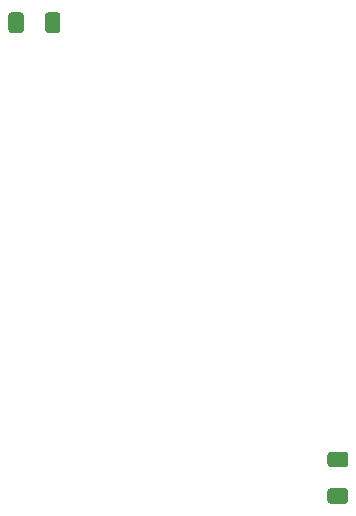
<source format=gtp>
G04 #@! TF.GenerationSoftware,KiCad,Pcbnew,(5.1.10)-1*
G04 #@! TF.CreationDate,2021-12-19T22:42:05+01:00*
G04 #@! TF.ProjectId,DrawBridge,44726177-4272-4696-9467-652e6b696361,1.0*
G04 #@! TF.SameCoordinates,Original*
G04 #@! TF.FileFunction,Paste,Top*
G04 #@! TF.FilePolarity,Positive*
%FSLAX46Y46*%
G04 Gerber Fmt 4.6, Leading zero omitted, Abs format (unit mm)*
G04 Created by KiCad (PCBNEW (5.1.10)-1) date 2021-12-19 22:42:05*
%MOMM*%
%LPD*%
G01*
G04 APERTURE LIST*
G04 APERTURE END LIST*
G36*
G01*
X106925000Y-52200000D02*
X106925000Y-53450000D01*
G75*
G02*
X106675000Y-53700000I-250000J0D01*
G01*
X105875000Y-53700000D01*
G75*
G02*
X105625000Y-53450000I0J250000D01*
G01*
X105625000Y-52200000D01*
G75*
G02*
X105875000Y-51950000I250000J0D01*
G01*
X106675000Y-51950000D01*
G75*
G02*
X106925000Y-52200000I0J-250000D01*
G01*
G37*
G36*
G01*
X103825000Y-52200000D02*
X103825000Y-53450000D01*
G75*
G02*
X103575000Y-53700000I-250000J0D01*
G01*
X102775000Y-53700000D01*
G75*
G02*
X102525000Y-53450000I0J250000D01*
G01*
X102525000Y-52200000D01*
G75*
G02*
X102775000Y-51950000I250000J0D01*
G01*
X103575000Y-51950000D01*
G75*
G02*
X103825000Y-52200000I0J-250000D01*
G01*
G37*
G36*
G01*
X131030000Y-90445000D02*
X129780000Y-90445000D01*
G75*
G02*
X129530000Y-90195000I0J250000D01*
G01*
X129530000Y-89395000D01*
G75*
G02*
X129780000Y-89145000I250000J0D01*
G01*
X131030000Y-89145000D01*
G75*
G02*
X131280000Y-89395000I0J-250000D01*
G01*
X131280000Y-90195000D01*
G75*
G02*
X131030000Y-90445000I-250000J0D01*
G01*
G37*
G36*
G01*
X131030000Y-93545000D02*
X129780000Y-93545000D01*
G75*
G02*
X129530000Y-93295000I0J250000D01*
G01*
X129530000Y-92495000D01*
G75*
G02*
X129780000Y-92245000I250000J0D01*
G01*
X131030000Y-92245000D01*
G75*
G02*
X131280000Y-92495000I0J-250000D01*
G01*
X131280000Y-93295000D01*
G75*
G02*
X131030000Y-93545000I-250000J0D01*
G01*
G37*
M02*

</source>
